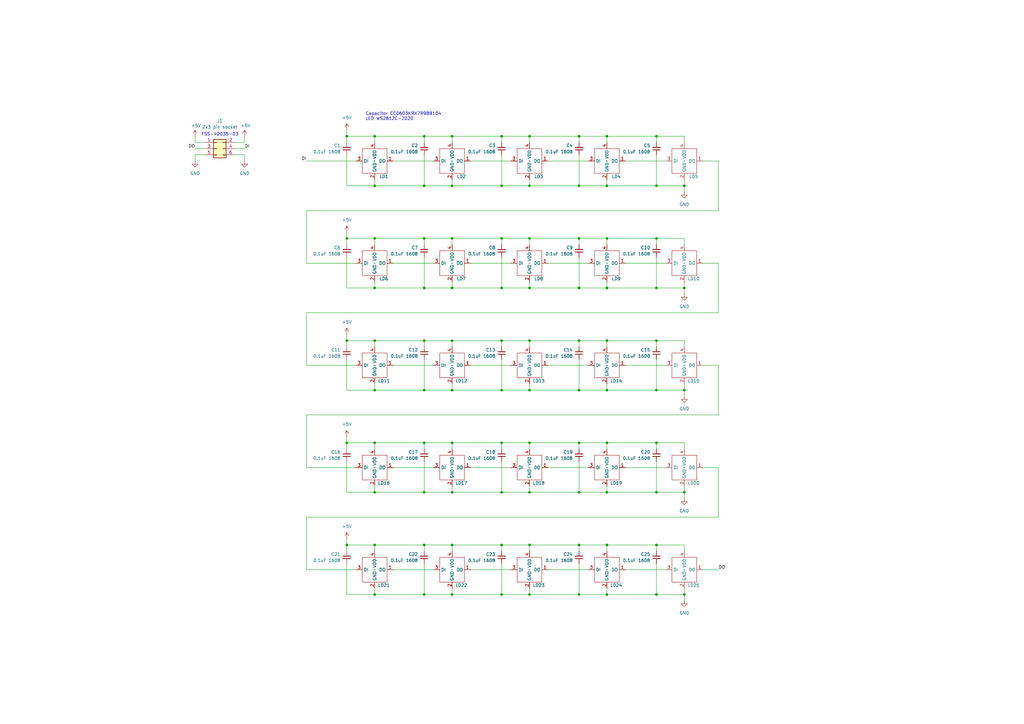
<source format=kicad_sch>
(kicad_sch (version 20231120) (generator "eeschema") (generator_version "8.0")
  (paper "A3")
  (lib_symbols
    (symbol "+5V_1" (power) (pin_names (offset 0))
      (property "Value" "+5V_1" (at 0 3.556 0))
      (symbol "+5V_1_0_1"
        (polyline (pts (xy -0.762 1.27) (xy 0 2.54)))
        (polyline (pts (xy 0 0) (xy 0 2.54)))
        (polyline (pts (xy 0 2.54) (xy 0.762 1.27)))
      )
      (symbol "+5V_1_1_1"
        (pin power_in line (at 0 0 90) (length 0) hide (name "+5V") (number "1"))
      )
    )
    (symbol "Connector_Generic:Conn_02x03_Odd_Even" (pin_names (offset 1.016) hide)
      (property "Reference" "J" (at 1.27 5.08 0))
      (property "Value" "Conn_02x03_Odd_Even" (at 1.27 -5.08 0))
      (symbol "Conn_02x03_Odd_Even_1_1"
        (rectangle (start -1.27 -2.413) (end 0 -2.667) (stroke (width 0.1524)))
        (rectangle (start -1.27 0.127) (end 0 -0.127) (stroke (width 0.1524)))
        (rectangle (start -1.27 2.667) (end 0 2.413) (stroke (width 0.1524)))
        (rectangle (start -1.27 3.81) (end 3.81 -3.81) (stroke (width 0.254)) (fill (type background)))
        (rectangle (start 3.81 -2.413) (end 2.54 -2.667) (stroke (width 0.1524)))
        (rectangle (start 3.81 0.127) (end 2.54 -0.127) (stroke (width 0.1524)))
        (rectangle (start 3.81 2.667) (end 2.54 2.413) (stroke (width 0.1524)))
        (pin passive line (at -5.08 2.54 0) (length 3.81) (name "Pin_1") (number "1"))
        (pin passive line (at 7.62 2.54 180) (length 3.81) (name "Pin_2") (number "2"))
        (pin passive line (at -5.08 0 0) (length 3.81) (name "Pin_3") (number "3"))
        (pin passive line (at 7.62 0 180) (length 3.81) (name "Pin_4") (number "4"))
        (pin passive line (at -5.08 -2.54 0) (length 3.81) (name "Pin_5") (number "5"))
        (pin passive line (at 7.62 -2.54 180) (length 3.81) (name "Pin_6") (number "6"))
      )
    )
    (symbol "Device:C_Small" (pin_numbers hide) (pin_names (offset 0.254) hide)
      (property "Reference" "C" (at 0.254 1.778 0))
      (property "Value" "C_Small" (at 0.254 -2.032 0))
      (symbol "C_Small_0_1"
        (polyline (pts (xy -1.524 -0.508) (xy 1.524 -0.508)) (stroke (width 0.3302)))
        (polyline (pts (xy -1.524 0.508) (xy 1.524 0.508)) (stroke (width 0.3048)))
      )
      (symbol "C_Small_1_1"
        (pin passive line (at 0 2.54 270) (length 2.032) (name "~") (number "1"))
        (pin passive line (at 0 -2.54 90) (length 2.032) (name "~") (number "2"))
      )
    )
    (symbol "GND_1" (power) (pin_names (offset 0))
      (property "Value" "GND_1" (at 0 -3.81 0))
      (symbol "GND_1_0_1"
        (polyline (pts (xy 0 0) (xy 0 -1.27) (xy 1.27 -1.27) (xy 0 -2.54) (xy -1.27 -1.27) (xy 0 -1.27)))
      )
      (symbol "GND_1_1_1"
        (pin power_in line (at 0 0 270) (length 0) hide (name "GND") (number "1"))
      )
    )
    (symbol "led:WS2812C-2020"
      (property "Reference" "LD" (at 3.81 -6.35 0))
      (symbol "WS2812C-2020_0_1"
        (rectangle (start -5.08 5.08) (end 5.08 -5.08))
      )
      (symbol "WS2812C-2020_1_1"
        (pin output line (at 7.62 0 180) (length 2.54) (name "DO") (number "1"))
        (pin power_in line (at 0 -7.62 90) (length 2.54) (name "GND") (number "2"))
        (pin input line (at -7.62 0 0) (length 2.54) (name "DI") (number "3"))
        (pin power_in line (at 0 7.62 270) (length 2.54) (name "VDD") (number "4"))
      )
    )
    (symbol "power:+5V" (power) (pin_names (offset 0))
      (property "Value" "+5V" (at 0 3.556 0))
      (symbol "+5V_0_1"
        (polyline (pts (xy -0.762 1.27) (xy 0 2.54)))
        (polyline (pts (xy 0 0) (xy 0 2.54)))
        (polyline (pts (xy 0 2.54) (xy 0.762 1.27)))
      )
      (symbol "+5V_1_1"
        (pin power_in line (at 0 0 90) (length 0) hide (name "+5V") (number "1"))
      )
    )
    (symbol "power:GND" (power) (pin_names (offset 0))
      (property "Value" "GND" (at 0 -3.81 0))
      (symbol "GND_0_1"
        (polyline (pts (xy 0 0) (xy 0 -1.27) (xy 1.27 -1.27) (xy 0 -2.54) (xy -1.27 -1.27) (xy 0 -1.27)))
      )
      (symbol "GND_1_1"
        (pin power_in line (at 0 0 270) (length 0) hide (name "GND") (number "1"))
      )
    )
  )
  (junction (at 205.74 201.93))
  (junction (at 237.49 181.61))
  (junction (at 269.24 76.2))
  (junction (at 185.42 243.84))
  (junction (at 142.24 139.7))
  (junction (at 185.42 181.61))
  (junction (at 173.99 76.2))
  (junction (at 269.24 97.79))
  (junction (at 153.67 160.02))
  (junction (at 237.49 201.93))
  (junction (at 173.99 243.84))
  (junction (at 269.24 160.02))
  (junction (at 237.49 118.11))
  (junction (at 269.24 118.11))
  (junction (at 248.92 223.52))
  (junction (at 217.17 55.88))
  (junction (at 217.17 76.2))
  (junction (at 185.42 139.7))
  (junction (at 173.99 201.93))
  (junction (at 173.99 97.79))
  (junction (at 185.42 118.11))
  (junction (at 153.67 223.52))
  (junction (at 205.74 97.79))
  (junction (at 205.74 76.2))
  (junction (at 153.67 55.88))
  (junction (at 153.67 243.84))
  (junction (at 142.24 181.61))
  (junction (at 173.99 118.11))
  (junction (at 142.24 97.79))
  (junction (at 217.17 181.61))
  (junction (at 153.67 118.11))
  (junction (at 248.92 160.02))
  (junction (at 280.67 201.93))
  (junction (at 153.67 97.79))
  (junction (at 173.99 160.02))
  (junction (at 217.17 201.93))
  (junction (at 269.24 139.7))
  (junction (at 248.92 201.93))
  (junction (at 153.67 181.61))
  (junction (at 142.24 55.88))
  (junction (at 280.67 118.11))
  (junction (at 173.99 223.52))
  (junction (at 248.92 76.2))
  (junction (at 237.49 160.02))
  (junction (at 248.92 118.11))
  (junction (at 269.24 181.61))
  (junction (at 237.49 76.2))
  (junction (at 217.17 160.02))
  (junction (at 237.49 243.84))
  (junction (at 280.67 243.84))
  (junction (at 153.67 139.7))
  (junction (at 205.74 55.88))
  (junction (at 217.17 223.52))
  (junction (at 280.67 76.2))
  (junction (at 280.67 160.02))
  (junction (at 248.92 97.79))
  (junction (at 217.17 118.11))
  (junction (at 205.74 243.84))
  (junction (at 269.24 243.84))
  (junction (at 237.49 223.52))
  (junction (at 205.74 181.61))
  (junction (at 185.42 97.79))
  (junction (at 237.49 97.79))
  (junction (at 248.92 181.61))
  (junction (at 237.49 139.7))
  (junction (at 248.92 55.88))
  (junction (at 153.67 201.93))
  (junction (at 205.74 118.11))
  (junction (at 205.74 160.02))
  (junction (at 185.42 201.93))
  (junction (at 269.24 201.93))
  (junction (at 248.92 243.84))
  (junction (at 173.99 55.88))
  (junction (at 185.42 55.88))
  (junction (at 269.24 223.52))
  (junction (at 248.92 139.7))
  (junction (at 185.42 223.52))
  (junction (at 205.74 223.52))
  (junction (at 217.17 139.7))
  (junction (at 205.74 139.7))
  (junction (at 237.49 55.88))
  (junction (at 142.24 223.52))
  (junction (at 153.67 76.2))
  (junction (at 269.24 55.88))
  (junction (at 217.17 97.79))
  (junction (at 173.99 181.61))
  (junction (at 185.42 160.02))
  (junction (at 185.42 76.2))
  (junction (at 173.99 139.7))
  (junction (at 217.17 243.84))
  (wire (pts (xy 205.74 63.5) (xy 205.74 76.2)))
  (wire (pts (xy 142.24 220.98) (xy 142.24 223.52)))
  (wire (pts (xy 288.29 233.68) (xy 294.64 233.68)))
  (wire (pts (xy 205.74 201.93) (xy 217.17 201.93)))
  (wire (pts (xy 185.42 97.79) (xy 205.74 97.79)))
  (wire (pts (xy 142.24 63.5) (xy 142.24 76.2)))
  (wire (pts (xy 142.24 184.15) (xy 142.24 181.61)))
  (wire (pts (xy 217.17 223.52) (xy 217.17 226.06)))
  (wire (pts (xy 217.17 139.7) (xy 217.17 142.24)))
  (wire (pts (xy 294.64 66.04) (xy 294.64 86.36)))
  (wire (pts (xy 280.67 97.79) (xy 280.67 100.33)))
  (wire (pts (xy 294.64 191.77) (xy 294.64 212.09)))
  (wire (pts (xy 269.24 118.11) (xy 280.67 118.11)))
  (wire (pts (xy 217.17 181.61) (xy 217.17 184.15)))
  (wire (pts (xy 173.99 184.15) (xy 173.99 181.61)))
  (wire (pts (xy 185.42 55.88) (xy 185.42 58.42)))
  (wire (pts (xy 269.24 147.32) (xy 269.24 160.02)))
  (wire (pts (xy 125.73 107.95) (xy 125.73 86.36)))
  (wire (pts (xy 153.67 118.11) (xy 153.67 115.57)))
  (wire (pts (xy 193.04 149.86) (xy 209.55 149.86)))
  (wire (pts (xy 80.01 55.88) (xy 80.01 58.42)))
  (wire (pts (xy 237.49 231.14) (xy 237.49 243.84)))
  (wire (pts (xy 237.49 181.61) (xy 248.92 181.61)))
  (wire (pts (xy 224.79 191.77) (xy 241.3 191.77)))
  (wire (pts (xy 153.67 76.2) (xy 153.67 73.66)))
  (wire (pts (xy 237.49 58.42) (xy 237.49 55.88)))
  (wire (pts (xy 205.74 105.41) (xy 205.74 118.11)))
  (wire (pts (xy 217.17 118.11) (xy 217.17 115.57)))
  (wire (pts (xy 185.42 243.84) (xy 185.42 241.3)))
  (wire (pts (xy 256.54 191.77) (xy 273.05 191.77)))
  (wire (pts (xy 237.49 118.11) (xy 248.92 118.11)))
  (wire (pts (xy 269.24 97.79) (xy 280.67 97.79)))
  (wire (pts (xy 161.29 233.68) (xy 177.8 233.68)))
  (wire (pts (xy 280.67 201.93) (xy 280.67 199.39)))
  (wire (pts (xy 205.74 231.14) (xy 205.74 243.84)))
  (wire (pts (xy 256.54 107.95) (xy 273.05 107.95)))
  (wire (pts (xy 237.49 243.84) (xy 248.92 243.84)))
  (wire (pts (xy 256.54 66.04) (xy 273.05 66.04)))
  (wire (pts (xy 217.17 97.79) (xy 237.49 97.79)))
  (wire (pts (xy 205.74 139.7) (xy 217.17 139.7)))
  (wire (pts (xy 173.99 243.84) (xy 185.42 243.84)))
  (wire (pts (xy 280.67 160.02) (xy 280.67 162.56)))
  (wire (pts (xy 96.52 60.96) (xy 100.33 60.96)))
  (wire (pts (xy 100.33 66.04) (xy 100.33 63.5)))
  (wire (pts (xy 173.99 76.2) (xy 185.42 76.2)))
  (wire (pts (xy 173.99 97.79) (xy 185.42 97.79)))
  (wire (pts (xy 269.24 55.88) (xy 280.67 55.88)))
  (wire (pts (xy 288.29 191.77) (xy 294.64 191.77)))
  (wire (pts (xy 205.74 160.02) (xy 217.17 160.02)))
  (wire (pts (xy 146.05 149.86) (xy 125.73 149.86)))
  (wire (pts (xy 237.49 189.23) (xy 237.49 201.93)))
  (wire (pts (xy 217.17 160.02) (xy 217.17 157.48)))
  (wire (pts (xy 248.92 181.61) (xy 269.24 181.61)))
  (wire (pts (xy 217.17 76.2) (xy 237.49 76.2)))
  (wire (pts (xy 205.74 118.11) (xy 217.17 118.11)))
  (wire (pts (xy 100.33 55.88) (xy 100.33 58.42)))
  (wire (pts (xy 248.92 97.79) (xy 269.24 97.79)))
  (wire (pts (xy 185.42 223.52) (xy 205.74 223.52)))
  (wire (pts (xy 248.92 223.52) (xy 269.24 223.52)))
  (wire (pts (xy 153.67 55.88) (xy 153.67 58.42)))
  (wire (pts (xy 280.67 76.2) (xy 280.67 78.74)))
  (wire (pts (xy 185.42 97.79) (xy 185.42 100.33)))
  (wire (pts (xy 248.92 201.93) (xy 269.24 201.93)))
  (wire (pts (xy 173.99 226.06) (xy 173.99 223.52)))
  (wire (pts (xy 125.73 128.27) (xy 294.64 128.27)))
  (wire (pts (xy 205.74 147.32) (xy 205.74 160.02)))
  (wire (pts (xy 280.67 181.61) (xy 280.67 184.15)))
  (wire (pts (xy 173.99 55.88) (xy 185.42 55.88)))
  (wire (pts (xy 269.24 105.41) (xy 269.24 118.11)))
  (wire (pts (xy 205.74 181.61) (xy 217.17 181.61)))
  (wire (pts (xy 217.17 223.52) (xy 237.49 223.52)))
  (wire (pts (xy 161.29 191.77) (xy 177.8 191.77)))
  (wire (pts (xy 217.17 160.02) (xy 237.49 160.02)))
  (wire (pts (xy 248.92 76.2) (xy 248.92 73.66)))
  (wire (pts (xy 248.92 139.7) (xy 248.92 142.24)))
  (wire (pts (xy 173.99 139.7) (xy 185.42 139.7)))
  (wire (pts (xy 80.01 60.96) (xy 83.82 60.96)))
  (wire (pts (xy 142.24 147.32) (xy 142.24 160.02)))
  (wire (pts (xy 237.49 142.24) (xy 237.49 139.7)))
  (wire (pts (xy 217.17 201.93) (xy 237.49 201.93)))
  (wire (pts (xy 237.49 223.52) (xy 248.92 223.52)))
  (wire (pts (xy 248.92 243.84) (xy 269.24 243.84)))
  (wire (pts (xy 96.52 58.42) (xy 100.33 58.42)))
  (wire (pts (xy 153.67 139.7) (xy 153.67 142.24)))
  (wire (pts (xy 185.42 55.88) (xy 205.74 55.88)))
  (wire (pts (xy 217.17 181.61) (xy 237.49 181.61)))
  (wire (pts (xy 280.67 243.84) (xy 280.67 241.3)))
  (wire (pts (xy 237.49 105.41) (xy 237.49 118.11)))
  (wire (pts (xy 125.73 233.68) (xy 125.73 212.09)))
  (wire (pts (xy 248.92 97.79) (xy 248.92 100.33)))
  (wire (pts (xy 173.99 105.41) (xy 173.99 118.11)))
  (wire (pts (xy 153.67 243.84) (xy 153.67 241.3)))
  (wire (pts (xy 185.42 160.02) (xy 205.74 160.02)))
  (wire (pts (xy 80.01 58.42) (xy 83.82 58.42)))
  (wire (pts (xy 237.49 55.88) (xy 248.92 55.88)))
  (wire (pts (xy 142.24 76.2) (xy 153.67 76.2)))
  (wire (pts (xy 280.67 139.7) (xy 280.67 142.24)))
  (wire (pts (xy 205.74 184.15) (xy 205.74 181.61)))
  (wire (pts (xy 153.67 160.02) (xy 173.99 160.02)))
  (wire (pts (xy 125.73 86.36) (xy 294.64 86.36)))
  (wire (pts (xy 125.73 191.77) (xy 125.73 170.18)))
  (wire (pts (xy 185.42 139.7) (xy 205.74 139.7)))
  (wire (pts (xy 173.99 118.11) (xy 185.42 118.11)))
  (wire (pts (xy 142.24 118.11) (xy 153.67 118.11)))
  (wire (pts (xy 269.24 76.2) (xy 280.67 76.2)))
  (wire (pts (xy 256.54 233.68) (xy 273.05 233.68)))
  (wire (pts (xy 269.24 243.84) (xy 280.67 243.84)))
  (wire (pts (xy 142.24 53.34) (xy 142.24 55.88)))
  (wire (pts (xy 193.04 66.04) (xy 209.55 66.04)))
  (wire (pts (xy 125.73 170.18) (xy 294.64 170.18)))
  (wire (pts (xy 173.99 189.23) (xy 173.99 201.93)))
  (wire (pts (xy 217.17 97.79) (xy 217.17 100.33)))
  (wire (pts (xy 269.24 58.42) (xy 269.24 55.88)))
  (wire (pts (xy 125.73 212.09) (xy 294.64 212.09)))
  (wire (pts (xy 205.74 76.2) (xy 217.17 76.2)))
  (wire (pts (xy 153.67 201.93) (xy 173.99 201.93)))
  (wire (pts (xy 153.67 97.79) (xy 153.67 100.33)))
  (wire (pts (xy 153.67 160.02) (xy 153.67 157.48)))
  (wire (pts (xy 185.42 160.02) (xy 185.42 157.48)))
  (wire (pts (xy 237.49 76.2) (xy 248.92 76.2)))
  (wire (pts (xy 185.42 76.2) (xy 185.42 73.66)))
  (wire (pts (xy 153.67 243.84) (xy 173.99 243.84)))
  (wire (pts (xy 142.24 189.23) (xy 142.24 201.93)))
  (wire (pts (xy 269.24 142.24) (xy 269.24 139.7)))
  (wire (pts (xy 146.05 233.68) (xy 125.73 233.68)))
  (wire (pts (xy 161.29 66.04) (xy 177.8 66.04)))
  (wire (pts (xy 96.52 63.5) (xy 100.33 63.5)))
  (wire (pts (xy 153.67 118.11) (xy 173.99 118.11)))
  (wire (pts (xy 224.79 66.04) (xy 241.3 66.04)))
  (wire (pts (xy 153.67 223.52) (xy 173.99 223.52)))
  (wire (pts (xy 280.67 118.11) (xy 280.67 120.65)))
  (wire (pts (xy 185.42 181.61) (xy 185.42 184.15)))
  (wire (pts (xy 237.49 139.7) (xy 248.92 139.7)))
  (wire (pts (xy 185.42 201.93) (xy 205.74 201.93)))
  (wire (pts (xy 173.99 63.5) (xy 173.99 76.2)))
  (wire (pts (xy 217.17 243.84) (xy 217.17 241.3)))
  (wire (pts (xy 142.24 97.79) (xy 153.67 97.79)))
  (wire (pts (xy 161.29 107.95) (xy 177.8 107.95)))
  (wire (pts (xy 80.01 66.04) (xy 80.01 63.5)))
  (wire (pts (xy 185.42 201.93) (xy 185.42 199.39)))
  (wire (pts (xy 193.04 191.77) (xy 209.55 191.77)))
  (wire (pts (xy 125.73 66.04) (xy 146.05 66.04)))
  (wire (pts (xy 294.64 149.86) (xy 294.64 170.18)))
  (wire (pts (xy 237.49 160.02) (xy 248.92 160.02)))
  (wire (pts (xy 269.24 226.06) (xy 269.24 223.52)))
  (wire (pts (xy 205.74 100.33) (xy 205.74 97.79)))
  (wire (pts (xy 237.49 226.06) (xy 237.49 223.52)))
  (wire (pts (xy 237.49 184.15) (xy 237.49 181.61)))
  (wire (pts (xy 237.49 97.79) (xy 248.92 97.79)))
  (wire (pts (xy 269.24 189.23) (xy 269.24 201.93)))
  (wire (pts (xy 224.79 149.86) (xy 241.3 149.86)))
  (wire (pts (xy 256.54 149.86) (xy 273.05 149.86)))
  (wire (pts (xy 205.74 58.42) (xy 205.74 55.88)))
  (wire (pts (xy 142.24 223.52) (xy 153.67 223.52)))
  (wire (pts (xy 185.42 181.61) (xy 205.74 181.61)))
  (wire (pts (xy 146.05 107.95) (xy 125.73 107.95)))
  (wire (pts (xy 173.99 201.93) (xy 185.42 201.93)))
  (wire (pts (xy 288.29 149.86) (xy 294.64 149.86)))
  (wire (pts (xy 288.29 107.95) (xy 294.64 107.95)))
  (wire (pts (xy 142.24 231.14) (xy 142.24 243.84)))
  (wire (pts (xy 237.49 100.33) (xy 237.49 97.79)))
  (wire (pts (xy 205.74 226.06) (xy 205.74 223.52)))
  (wire (pts (xy 280.67 118.11) (xy 280.67 115.57)))
  (wire (pts (xy 173.99 58.42) (xy 173.99 55.88)))
  (wire (pts (xy 205.74 243.84) (xy 217.17 243.84)))
  (wire (pts (xy 248.92 223.52) (xy 248.92 226.06)))
  (wire (pts (xy 217.17 139.7) (xy 237.49 139.7)))
  (wire (pts (xy 142.24 243.84) (xy 153.67 243.84)))
  (wire (pts (xy 146.05 191.77) (xy 125.73 191.77)))
  (wire (pts (xy 288.29 66.04) (xy 294.64 66.04)))
  (wire (pts (xy 142.24 142.24) (xy 142.24 139.7)))
  (wire (pts (xy 248.92 118.11) (xy 269.24 118.11)))
  (wire (pts (xy 142.24 58.42) (xy 142.24 55.88)))
  (wire (pts (xy 280.67 76.2) (xy 280.67 73.66)))
  (wire (pts (xy 142.24 137.16) (xy 142.24 139.7)))
  (wire (pts (xy 142.24 226.06) (xy 142.24 223.52)))
  (wire (pts (xy 125.73 149.86) (xy 125.73 128.27)))
  (wire (pts (xy 153.67 201.93) (xy 153.67 199.39)))
  (wire (pts (xy 248.92 181.61) (xy 248.92 184.15)))
  (wire (pts (xy 173.99 223.52) (xy 185.42 223.52)))
  (wire (pts (xy 205.74 223.52) (xy 217.17 223.52)))
  (wire (pts (xy 237.49 63.5) (xy 237.49 76.2)))
  (wire (pts (xy 153.67 139.7) (xy 173.99 139.7)))
  (wire (pts (xy 224.79 107.95) (xy 241.3 107.95)))
  (wire (pts (xy 269.24 201.93) (xy 280.67 201.93)))
  (wire (pts (xy 153.67 76.2) (xy 173.99 76.2)))
  (wire (pts (xy 142.24 55.88) (xy 153.67 55.88)))
  (wire (pts (xy 193.04 107.95) (xy 209.55 107.95)))
  (wire (pts (xy 248.92 118.11) (xy 248.92 115.57)))
  (wire (pts (xy 173.99 181.61) (xy 185.42 181.61)))
  (wire (pts (xy 142.24 179.07) (xy 142.24 181.61)))
  (wire (pts (xy 248.92 160.02) (xy 248.92 157.48)))
  (wire (pts (xy 205.74 97.79) (xy 217.17 97.79)))
  (wire (pts (xy 294.64 107.95) (xy 294.64 128.27)))
  (wire (pts (xy 185.42 118.11) (xy 205.74 118.11)))
  (wire (pts (xy 193.04 233.68) (xy 209.55 233.68)))
  (wire (pts (xy 280.67 243.84) (xy 280.67 246.38)))
  (wire (pts (xy 248.92 201.93) (xy 248.92 199.39)))
  (wire (pts (xy 142.24 105.41) (xy 142.24 118.11)))
  (wire (pts (xy 205.74 55.88) (xy 217.17 55.88)))
  (wire (pts (xy 205.74 142.24) (xy 205.74 139.7)))
  (wire (pts (xy 161.29 149.86) (xy 177.8 149.86)))
  (wire (pts (xy 185.42 76.2) (xy 205.74 76.2)))
  (wire (pts (xy 153.67 97.79) (xy 173.99 97.79)))
  (wire (pts (xy 269.24 231.14) (xy 269.24 243.84)))
  (wire (pts (xy 248.92 160.02) (xy 269.24 160.02)))
  (wire (pts (xy 269.24 100.33) (xy 269.24 97.79)))
  (wire (pts (xy 248.92 55.88) (xy 248.92 58.42)))
  (wire (pts (xy 142.24 181.61) (xy 153.67 181.61)))
  (wire (pts (xy 217.17 118.11) (xy 237.49 118.11)))
  (wire (pts (xy 269.24 160.02) (xy 280.67 160.02)))
  (wire (pts (xy 269.24 223.52) (xy 280.67 223.52)))
  (wire (pts (xy 142.24 100.33) (xy 142.24 97.79)))
  (wire (pts (xy 217.17 243.84) (xy 237.49 243.84)))
  (wire (pts (xy 217.17 201.93) (xy 217.17 199.39)))
  (wire (pts (xy 153.67 55.88) (xy 173.99 55.88)))
  (wire (pts (xy 153.67 181.61) (xy 153.67 184.15)))
  (wire (pts (xy 217.17 55.88) (xy 217.17 58.42)))
  (wire (pts (xy 269.24 139.7) (xy 280.67 139.7)))
  (wire (pts (xy 173.99 100.33) (xy 173.99 97.79)))
  (wire (pts (xy 280.67 201.93) (xy 280.67 204.47)))
  (wire (pts (xy 173.99 147.32) (xy 173.99 160.02)))
  (wire (pts (xy 185.42 118.11) (xy 185.42 115.57)))
  (wire (pts (xy 248.92 243.84) (xy 248.92 241.3)))
  (wire (pts (xy 280.67 55.88) (xy 280.67 58.42)))
  (wire (pts (xy 224.79 233.68) (xy 241.3 233.68)))
  (wire (pts (xy 237.49 201.93) (xy 248.92 201.93)))
  (wire (pts (xy 237.49 147.32) (xy 237.49 160.02)))
  (wire (pts (xy 280.67 160.02) (xy 280.67 157.48)))
  (wire (pts (xy 269.24 181.61) (xy 280.67 181.61)))
  (wire (pts (xy 269.24 184.15) (xy 269.24 181.61)))
  (wire (pts (xy 173.99 231.14) (xy 173.99 243.84)))
  (wire (pts (xy 248.92 139.7) (xy 269.24 139.7)))
  (wire (pts (xy 185.42 223.52) (xy 185.42 226.06)))
  (wire (pts (xy 205.74 189.23) (xy 205.74 201.93)))
  (wire (pts (xy 217.17 55.88) (xy 237.49 55.88)))
  (wire (pts (xy 153.67 223.52) (xy 153.67 226.06)))
  (wire (pts (xy 173.99 142.24) (xy 173.99 139.7)))
  (wire (pts (xy 280.67 223.52) (xy 280.67 226.06)))
  (wire (pts (xy 248.92 76.2) (xy 269.24 76.2)))
  (wire (pts (xy 173.99 160.02) (xy 185.42 160.02)))
  (wire (pts (xy 217.17 76.2) (xy 217.17 73.66)))
  (wire (pts (xy 142.24 201.93) (xy 153.67 201.93)))
  (wire (pts (xy 142.24 95.25) (xy 142.24 97.79)))
  (wire (pts (xy 185.42 139.7) (xy 185.42 142.24)))
  (wire (pts (xy 142.24 160.02) (xy 153.67 160.02)))
  (wire (pts (xy 185.42 243.84) (xy 205.74 243.84)))
  (wire (pts (xy 142.24 139.7) (xy 153.67 139.7)))
  (wire (pts (xy 80.01 63.5) (xy 83.82 63.5)))
  (wire (pts (xy 153.67 181.61) (xy 173.99 181.61)))
  (wire (pts (xy 248.92 55.88) (xy 269.24 55.88)))
  (wire (pts (xy 269.24 63.5) (xy 269.24 76.2)))
  (text "Capacitor CC0603KRX7R9BB104\nLED WS2812C-2020" (at 149.86 49.53 0) (effects (font (size 1.27 1.27)) (justify left bottom)))
  (text "FSS-42035-03" (at 82.55 55.88 0) (effects (font (size 1.27 1.27)) (justify left bottom)))
  (label "DI" (at 100.33 60.96 0))
  (label "DO" (at 294.64 233.68 0))
  (label "DI" (at 125.73 66.04 180))
  (label "DO" (at 80.01 60.96 180))
  (symbol (lib_id "led:WS2812C-2020") (at 185.42 149.86 0) (unit 1)
    (property "Reference" "LD12" (at 189.23 156.21 0))
    (property "Value" "~" (at 185.42 149.86 0))
    (property "Footprint" "LED_SMD:LED_WS2812B-2020_PLCC4_2.0x2.0mm" (effects (hide yes)))
  )
  (symbol (lib_id "Device:C_Small") (at 205.74 186.69 0) (mirror x) (unit 1)
    (property "Reference" "C18" (at 203.2 185.4136 0) (effects (justify right)))
    (property "Value" "0.1uF 1608" (at 203.2 187.9536 0) (effects (justify right)))
    (property "Footprint" "Capacitor_SMD:C_0603_1608Metric" (effects (hide yes)))
  )
  (symbol (lib_id "led:WS2812C-2020") (at 248.92 233.68 0) (unit 1)
    (property "Reference" "LD24" (at 252.73 240.03 0))
    (property "Value" "~" (at 248.92 233.68 0))
    (property "Footprint" "LED_SMD:LED_WS2812B-2020_PLCC4_2.0x2.0mm" (effects (hide yes)))
  )
  (symbol (lib_id "Device:C_Small") (at 237.49 102.87 0) (mirror x) (unit 1)
    (property "Reference" "C9" (at 234.95 101.5936 0) (effects (justify right)))
    (property "Value" "0.1uF 1608" (at 234.95 104.1336 0) (effects (justify right)))
    (property "Footprint" "Capacitor_SMD:C_0603_1608Metric" (effects (hide yes)))
  )
  (symbol (lib_id "Device:C_Small") (at 269.24 102.87 0) (mirror x) (unit 1)
    (property "Reference" "C10" (at 266.7 101.5936 0) (effects (justify right)))
    (property "Value" "0.1uF 1608" (at 266.7 104.1336 0) (effects (justify right)))
    (property "Footprint" "Capacitor_SMD:C_0603_1608Metric" (effects (hide yes)))
  )
  (symbol (lib_id "Device:C_Small") (at 142.24 102.87 0) (mirror x) (unit 1)
    (property "Reference" "C6" (at 139.7 101.5936 0) (effects (justify right)))
    (property "Value" "0.1uF 1608" (at 139.7 104.1336 0) (effects (justify right)))
    (property "Footprint" "Capacitor_SMD:C_0603_1608Metric" (effects (hide yes)))
  )
  (symbol (lib_id "Device:C_Small") (at 269.24 186.69 0) (mirror x) (unit 1)
    (property "Reference" "C20" (at 266.7 185.4136 0) (effects (justify right)))
    (property "Value" "0.1uF 1608" (at 266.7 187.9536 0) (effects (justify right)))
    (property "Footprint" "Capacitor_SMD:C_0603_1608Metric" (effects (hide yes)))
  )
  (symbol (lib_id "led:WS2812C-2020") (at 280.67 233.68 0) (unit 1)
    (property "Reference" "LD25" (at 284.48 240.03 0))
    (property "Value" "~" (at 280.67 233.68 0))
    (property "Footprint" "LED_SMD:LED_WS2812B-2020_PLCC4_2.0x2.0mm" (effects (hide yes)))
  )
  (symbol (lib_id "Device:C_Small") (at 142.24 144.78 0) (mirror x) (unit 1)
    (property "Reference" "C11" (at 139.7 143.5036 0) (effects (justify right)))
    (property "Value" "0.1uF 1608" (at 139.7 146.0436 0) (effects (justify right)))
    (property "Footprint" "Capacitor_SMD:C_0603_1608Metric" (effects (hide yes)))
  )
  (symbol (lib_id "Device:C_Small") (at 142.24 186.69 0) (mirror x) (unit 1)
    (property "Reference" "C16" (at 139.7 185.4136 0) (effects (justify right)))
    (property "Value" "0.1uF 1608" (at 139.7 187.9536 0) (effects (justify right)))
    (property "Footprint" "Capacitor_SMD:C_0603_1608Metric" (effects (hide yes)))
  )
  (symbol (lib_id "led:WS2812C-2020") (at 280.67 107.95 0) (unit 1)
    (property "Reference" "LD10" (at 284.48 114.3 0))
    (property "Value" "~" (at 280.67 107.95 0))
    (property "Footprint" "LED_SMD:LED_WS2812B-2020_PLCC4_2.0x2.0mm" (effects (hide yes)))
  )
  (symbol (lib_id "Device:C_Small") (at 269.24 228.6 0) (mirror x) (unit 1)
    (property "Reference" "C25" (at 266.7 227.3236 0) (effects (justify right)))
    (property "Value" "0.1uF 1608" (at 266.7 229.8636 0) (effects (justify right)))
    (property "Footprint" "Capacitor_SMD:C_0603_1608Metric" (effects (hide yes)))
  )
  (symbol (lib_id "Device:C_Small") (at 269.24 144.78 0) (mirror x) (unit 1)
    (property "Reference" "C15" (at 266.7 143.5036 0) (effects (justify right)))
    (property "Value" "0.1uF 1608" (at 266.7 146.0436 0) (effects (justify right)))
    (property "Footprint" "Capacitor_SMD:C_0603_1608Metric" (effects (hide yes)))
  )
  (symbol (lib_name "+5V_1") (lib_id "power:+5V") (at 142.24 137.16 0) (unit 1)
    (property "Reference" "#PWR05" (effects (hide yes)))
    (property "Value" "+5V" (at 142.24 132.08 0))
  )
  (symbol (lib_id "led:WS2812C-2020") (at 153.67 66.04 0) (unit 1)
    (property "Reference" "LD1" (at 157.48 72.39 0))
    (property "Value" "~" (at 153.67 66.04 0))
    (property "Footprint" "LED_SMD:LED_WS2812B-2020_PLCC4_2.0x2.0mm" (effects (hide yes)))
  )
  (symbol (lib_id "Device:C_Small") (at 173.99 102.87 0) (mirror x) (unit 1)
    (property "Reference" "C7" (at 171.45 101.5936 0) (effects (justify right)))
    (property "Value" "0.1uF 1608" (at 171.45 104.1336 0) (effects (justify right)))
    (property "Footprint" "Capacitor_SMD:C_0603_1608Metric" (effects (hide yes)))
  )
  (symbol (lib_id "led:WS2812C-2020") (at 185.42 233.68 0) (unit 1)
    (property "Reference" "LD22" (at 189.23 240.03 0))
    (property "Value" "~" (at 185.42 233.68 0))
    (property "Footprint" "LED_SMD:LED_WS2812B-2020_PLCC4_2.0x2.0mm" (effects (hide yes)))
  )
  (symbol (lib_id "led:WS2812C-2020") (at 153.67 233.68 0) (unit 1)
    (property "Reference" "LD21" (at 157.48 240.03 0))
    (property "Value" "~" (at 153.67 233.68 0))
    (property "Footprint" "LED_SMD:LED_WS2812B-2020_PLCC4_2.0x2.0mm" (effects (hide yes)))
  )
  (symbol (lib_id "power:GND") (at 80.01 66.04 0) (unit 1)
    (property "Reference" "#PWR013" (effects (hide yes)))
    (property "Value" "GND" (at 80.01 71.12 0))
  )
  (symbol (lib_id "led:WS2812C-2020") (at 185.42 66.04 0) (unit 1)
    (property "Reference" "LD2" (at 189.23 72.39 0))
    (property "Value" "~" (at 185.42 66.04 0))
    (property "Footprint" "LED_SMD:LED_WS2812B-2020_PLCC4_2.0x2.0mm" (effects (hide yes)))
  )
  (symbol (lib_id "Device:C_Small") (at 237.49 144.78 0) (mirror x) (unit 1)
    (property "Reference" "C14" (at 234.95 143.5036 0) (effects (justify right)))
    (property "Value" "0.1uF 1608" (at 234.95 146.0436 0) (effects (justify right)))
    (property "Footprint" "Capacitor_SMD:C_0603_1608Metric" (effects (hide yes)))
  )
  (symbol (lib_name "+5V_1") (lib_id "power:+5V") (at 142.24 220.98 0) (unit 1)
    (property "Reference" "#PWR09" (effects (hide yes)))
    (property "Value" "+5V" (at 142.24 215.9 0))
  )
  (symbol (lib_id "led:WS2812C-2020") (at 217.17 233.68 0) (unit 1)
    (property "Reference" "LD23" (at 220.98 240.03 0))
    (property "Value" "~" (at 217.17 233.68 0))
    (property "Footprint" "LED_SMD:LED_WS2812B-2020_PLCC4_2.0x2.0mm" (effects (hide yes)))
  )
  (symbol (lib_id "led:WS2812C-2020") (at 280.67 149.86 0) (unit 1)
    (property "Reference" "LD15" (at 284.48 156.21 0))
    (property "Value" "~" (at 280.67 149.86 0))
    (property "Footprint" "LED_SMD:LED_WS2812B-2020_PLCC4_2.0x2.0mm" (effects (hide yes)))
  )
  (symbol (lib_id "Device:C_Small") (at 205.74 144.78 0) (mirror x) (unit 1)
    (property "Reference" "C13" (at 203.2 143.5036 0) (effects (justify right)))
    (property "Value" "0.1uF 1608" (at 203.2 146.0436 0) (effects (justify right)))
    (property "Footprint" "Capacitor_SMD:C_0603_1608Metric" (effects (hide yes)))
  )
  (symbol (lib_id "Device:C_Small") (at 173.99 228.6 0) (mirror x) (unit 1)
    (property "Reference" "C22" (at 171.45 227.3236 0) (effects (justify right)))
    (property "Value" "0.1uF 1608" (at 171.45 229.8636 0) (effects (justify right)))
    (property "Footprint" "Capacitor_SMD:C_0603_1608Metric" (effects (hide yes)))
  )
  (symbol (lib_id "led:WS2812C-2020") (at 217.17 149.86 0) (unit 1)
    (property "Reference" "LD13" (at 220.98 156.21 0))
    (property "Value" "~" (at 217.17 149.86 0))
    (property "Footprint" "LED_SMD:LED_WS2812B-2020_PLCC4_2.0x2.0mm" (effects (hide yes)))
  )
  (symbol (lib_name "GND_1") (lib_id "power:GND") (at 280.67 246.38 0) (unit 1)
    (property "Reference" "#PWR010" (effects (hide yes)))
    (property "Value" "GND" (at 280.67 251.46 0))
  )
  (symbol (lib_id "led:WS2812C-2020") (at 248.92 66.04 0) (unit 1)
    (property "Reference" "LD4" (at 252.73 72.39 0))
    (property "Value" "~" (at 248.92 66.04 0))
    (property "Footprint" "LED_SMD:LED_WS2812B-2020_PLCC4_2.0x2.0mm" (effects (hide yes)))
  )
  (symbol (lib_id "Device:C_Small") (at 142.24 60.96 0) (mirror x) (unit 1)
    (property "Reference" "C1" (at 139.7 59.6836 0) (effects (justify right)))
    (property "Value" "0.1uF 1608" (at 139.7 62.2236 0) (effects (justify right)))
    (property "Footprint" "Capacitor_SMD:C_0603_1608Metric" (effects (hide yes)))
  )
  (symbol (lib_id "led:WS2812C-2020") (at 248.92 107.95 0) (unit 1)
    (property "Reference" "LD9" (at 252.73 114.3 0))
    (property "Value" "~" (at 248.92 107.95 0))
    (property "Footprint" "LED_SMD:LED_WS2812B-2020_PLCC4_2.0x2.0mm" (effects (hide yes)))
  )
  (symbol (lib_id "Device:C_Small") (at 269.24 60.96 0) (mirror x) (unit 1)
    (property "Reference" "C5" (at 266.7 59.6836 0) (effects (justify right)))
    (property "Value" "0.1uF 1608" (at 266.7 62.2236 0) (effects (justify right)))
    (property "Footprint" "Capacitor_SMD:C_0603_1608Metric" (effects (hide yes)))
  )
  (symbol (lib_id "led:WS2812C-2020") (at 280.67 191.77 0) (unit 1)
    (property "Reference" "LD20" (at 284.48 198.12 0))
    (property "Value" "~" (at 280.67 191.77 0))
    (property "Footprint" "LED_SMD:LED_WS2812B-2020_PLCC4_2.0x2.0mm" (effects (hide yes)))
  )
  (symbol (lib_id "power:+5V") (at 100.33 55.88 0) (unit 1)
    (property "Reference" "#PWR014" (effects (hide yes)))
    (property "Value" "+5V" (at 100.711 51.4858 0))
  )
  (symbol (lib_id "led:WS2812C-2020") (at 280.67 66.04 0) (unit 1)
    (property "Reference" "LD5" (at 284.48 72.39 0))
    (property "Value" "~" (at 280.67 66.04 0))
    (property "Footprint" "LED_SMD:LED_WS2812B-2020_PLCC4_2.0x2.0mm" (effects (hide yes)))
  )
  (symbol (lib_id "led:WS2812C-2020") (at 248.92 191.77 0) (unit 1)
    (property "Reference" "LD19" (at 252.73 198.12 0))
    (property "Value" "~" (at 248.92 191.77 0))
    (property "Footprint" "LED_SMD:LED_WS2812B-2020_PLCC4_2.0x2.0mm" (effects (hide yes)))
  )
  (symbol (lib_id "power:GND") (at 100.33 66.04 0) (unit 1)
    (property "Reference" "#PWR012" (effects (hide yes)))
    (property "Value" "GND" (at 100.33 71.12 0))
  )
  (symbol (lib_name "+5V_1") (lib_id "power:+5V") (at 142.24 53.34 0) (unit 1)
    (property "Reference" "#PWR01" (effects (hide yes)))
    (property "Value" "+5V" (at 142.24 48.26 0))
  )
  (symbol (lib_id "Device:C_Small") (at 173.99 60.96 0) (mirror x) (unit 1)
    (property "Reference" "C2" (at 171.45 59.6836 0) (effects (justify right)))
    (property "Value" "0.1uF 1608" (at 171.45 62.2236 0) (effects (justify right)))
    (property "Footprint" "Capacitor_SMD:C_0603_1608Metric" (effects (hide yes)))
  )
  (symbol (lib_id "power:+5V") (at 80.01 55.88 0) (unit 1)
    (property "Reference" "#PWR011" (effects (hide yes)))
    (property "Value" "+5V" (at 80.391 51.4858 0))
  )
  (symbol (lib_name "GND_1") (lib_id "power:GND") (at 280.67 162.56 0) (unit 1)
    (property "Reference" "#PWR06" (effects (hide yes)))
    (property "Value" "GND" (at 280.67 167.64 0))
  )
  (symbol (lib_id "led:WS2812C-2020") (at 248.92 149.86 0) (unit 1)
    (property "Reference" "LD14" (at 252.73 156.21 0))
    (property "Value" "~" (at 248.92 149.86 0))
    (property "Footprint" "LED_SMD:LED_WS2812B-2020_PLCC4_2.0x2.0mm" (effects (hide yes)))
  )
  (symbol (lib_id "Device:C_Small") (at 142.24 228.6 0) (mirror x) (unit 1)
    (property "Reference" "C21" (at 139.7 227.3236 0) (effects (justify right)))
    (property "Value" "0.1uF 1608" (at 139.7 229.8636 0) (effects (justify right)))
    (property "Footprint" "Capacitor_SMD:C_0603_1608Metric" (effects (hide yes)))
  )
  (symbol (lib_name "GND_1") (lib_id "power:GND") (at 280.67 78.74 0) (unit 1)
    (property "Reference" "#PWR02" (effects (hide yes)))
    (property "Value" "GND" (at 280.67 83.82 0))
  )
  (symbol (lib_name "+5V_1") (lib_id "power:+5V") (at 142.24 179.07 0) (unit 1)
    (property "Reference" "#PWR07" (effects (hide yes)))
    (property "Value" "+5V" (at 142.24 173.99 0))
  )
  (symbol (lib_id "led:WS2812C-2020") (at 185.42 191.77 0) (unit 1)
    (property "Reference" "LD17" (at 189.23 198.12 0))
    (property "Value" "~" (at 185.42 191.77 0))
    (property "Footprint" "LED_SMD:LED_WS2812B-2020_PLCC4_2.0x2.0mm" (effects (hide yes)))
  )
  (symbol (lib_id "Device:C_Small") (at 173.99 144.78 0) (mirror x) (unit 1)
    (property "Reference" "C12" (at 171.45 143.5036 0) (effects (justify right)))
    (property "Value" "0.1uF 1608" (at 171.45 146.0436 0) (effects (justify right)))
    (property "Footprint" "Capacitor_SMD:C_0603_1608Metric" (effects (hide yes)))
  )
  (symbol (lib_id "led:WS2812C-2020") (at 153.67 107.95 0) (unit 1)
    (property "Reference" "LD6" (at 157.48 114.3 0))
    (property "Value" "~" (at 153.67 107.95 0))
    (property "Footprint" "LED_SMD:LED_WS2812B-2020_PLCC4_2.0x2.0mm" (effects (hide yes)))
  )
  (symbol (lib_id "Device:C_Small") (at 173.99 186.69 0) (mirror x) (unit 1)
    (property "Reference" "C17" (at 171.45 185.4136 0) (effects (justify right)))
    (property "Value" "0.1uF 1608" (at 171.45 187.9536 0) (effects (justify right)))
    (property "Footprint" "Capacitor_SMD:C_0603_1608Metric" (effects (hide yes)))
  )
  (symbol (lib_id "Connector_Generic:Conn_02x03_Odd_Even") (at 88.9 60.96 0) (unit 1)
    (property "Reference" "J1" (at 90.17 49.53 0))
    (property "Value" "2x3 pin socket" (at 90.17 52.07 0))
    (property "Footprint" "Connector_PinHeader_2.54mm:PinHeader_2x03_P2.54mm_Vertical" (effects (hide yes)))
  )
  (symbol (lib_id "led:WS2812C-2020") (at 217.17 191.77 0) (unit 1)
    (property "Reference" "LD18" (at 220.98 198.12 0))
    (property "Value" "~" (at 217.17 191.77 0))
    (property "Footprint" "LED_SMD:LED_WS2812B-2020_PLCC4_2.0x2.0mm" (effects (hide yes)))
  )
  (symbol (lib_id "led:WS2812C-2020") (at 217.17 107.95 0) (unit 1)
    (property "Reference" "LD8" (at 220.98 114.3 0))
    (property "Value" "~" (at 217.17 107.95 0))
    (property "Footprint" "LED_SMD:LED_WS2812B-2020_PLCC4_2.0x2.0mm" (effects (hide yes)))
  )
  (symbol (lib_id "led:WS2812C-2020") (at 217.17 66.04 0) (unit 1)
    (property "Reference" "LD3" (at 220.98 72.39 0))
    (property "Value" "~" (at 217.17 66.04 0))
    (property "Footprint" "LED_SMD:LED_WS2812B-2020_PLCC4_2.0x2.0mm" (effects (hide yes)))
  )
  (symbol (lib_name "GND_1") (lib_id "power:GND") (at 280.67 120.65 0) (unit 1)
    (property "Reference" "#PWR04" (effects (hide yes)))
    (property "Value" "GND" (at 280.67 125.73 0))
  )
  (symbol (lib_id "Device:C_Small") (at 237.49 228.6 0) (mirror x) (unit 1)
    (property "Reference" "C24" (at 234.95 227.3236 0) (effects (justify right)))
    (property "Value" "0.1uF 1608" (at 234.95 229.8636 0) (effects (justify right)))
    (property "Footprint" "Capacitor_SMD:C_0603_1608Metric" (effects (hide yes)))
  )
  (symbol (lib_id "led:WS2812C-2020") (at 153.67 191.77 0) (unit 1)
    (property "Reference" "LD16" (at 157.48 198.12 0))
    (property "Value" "~" (at 153.67 191.77 0))
    (property "Footprint" "LED_SMD:LED_WS2812B-2020_PLCC4_2.0x2.0mm" (effects (hide yes)))
  )
  (symbol (lib_name "+5V_1") (lib_id "power:+5V") (at 142.24 95.25 0) (unit 1)
    (property "Reference" "#PWR03" (effects (hide yes)))
    (property "Value" "+5V" (at 142.24 90.17 0))
  )
  (symbol (lib_id "Device:C_Small") (at 205.74 102.87 0) (mirror x) (unit 1)
    (property "Reference" "C8" (at 203.2 101.5936 0) (effects (justify right)))
    (property "Value" "0.1uF 1608" (at 203.2 104.1336 0) (effects (justify right)))
    (property "Footprint" "Capacitor_SMD:C_0603_1608Metric" (effects (hide yes)))
  )
  (symbol (lib_id "Device:C_Small") (at 205.74 228.6 0) (mirror x) (unit 1)
    (property "Reference" "C23" (at 203.2 227.3236 0) (effects (justify right)))
    (property "Value" "0.1uF 1608" (at 203.2 229.8636 0) (effects (justify right)))
    (property "Footprint" "Capacitor_SMD:C_0603_1608Metric" (effects (hide yes)))
  )
  (symbol (lib_id "Device:C_Small") (at 237.49 186.69 0) (mirror x) (unit 1)
    (property "Reference" "C19" (at 234.95 185.4136 0) (effects (justify right)))
    (property "Value" "0.1uF 1608" (at 234.95 187.9536 0) (effects (justify right)))
    (property "Footprint" "Capacitor_SMD:C_0603_1608Metric" (effects (hide yes)))
  )
  (symbol (lib_id "Device:C_Small") (at 237.49 60.96 0) (mirror x) (unit 1)
    (property "Reference" "C4" (at 234.95 59.6836 0) (effects (justify right)))
    (property "Value" "0.1uF 1608" (at 234.95 62.2236 0) (effects (justify right)))
    (property "Footprint" "Capacitor_SMD:C_0603_1608Metric" (effects (hide yes)))
  )
  (symbol (lib_id "led:WS2812C-2020") (at 153.67 149.86 0) (unit 1)
    (property "Reference" "LD11" (at 157.48 156.21 0))
    (property "Value" "~" (at 153.67 149.86 0))
    (property "Footprint" "LED_SMD:LED_WS2812B-2020_PLCC4_2.0x2.0mm" (effects (hide yes)))
  )
  (symbol (lib_id "led:WS2812C-2020") (at 185.42 107.95 0) (unit 1)
    (property "Reference" "LD7" (at 189.23 114.3 0))
    (property "Value" "~" (at 185.42 107.95 0))
    (property "Footprint" "LED_SMD:LED_WS2812B-2020_PLCC4_2.0x2.0mm" (effects (hide yes)))
  )
  (symbol (lib_name "GND_1") (lib_id "power:GND") (at 280.67 204.47 0) (unit 1)
    (property "Reference" "#PWR08" (effects (hide yes)))
    (property "Value" "GND" (at 280.67 209.55 0))
  )
  (symbol (lib_id "Device:C_Small") (at 205.74 60.96 0) (mirror x) (unit 1)
    (property "Reference" "C3" (at 203.2 59.6836 0) (effects (justify right)))
    (property "Value" "0.1uF 1608" (at 203.2 62.2236 0) (effects (justify right)))
    (property "Footprint" "Capacitor_SMD:C_0603_1608Metric" (effects (hide yes)))
  )
)
</source>
